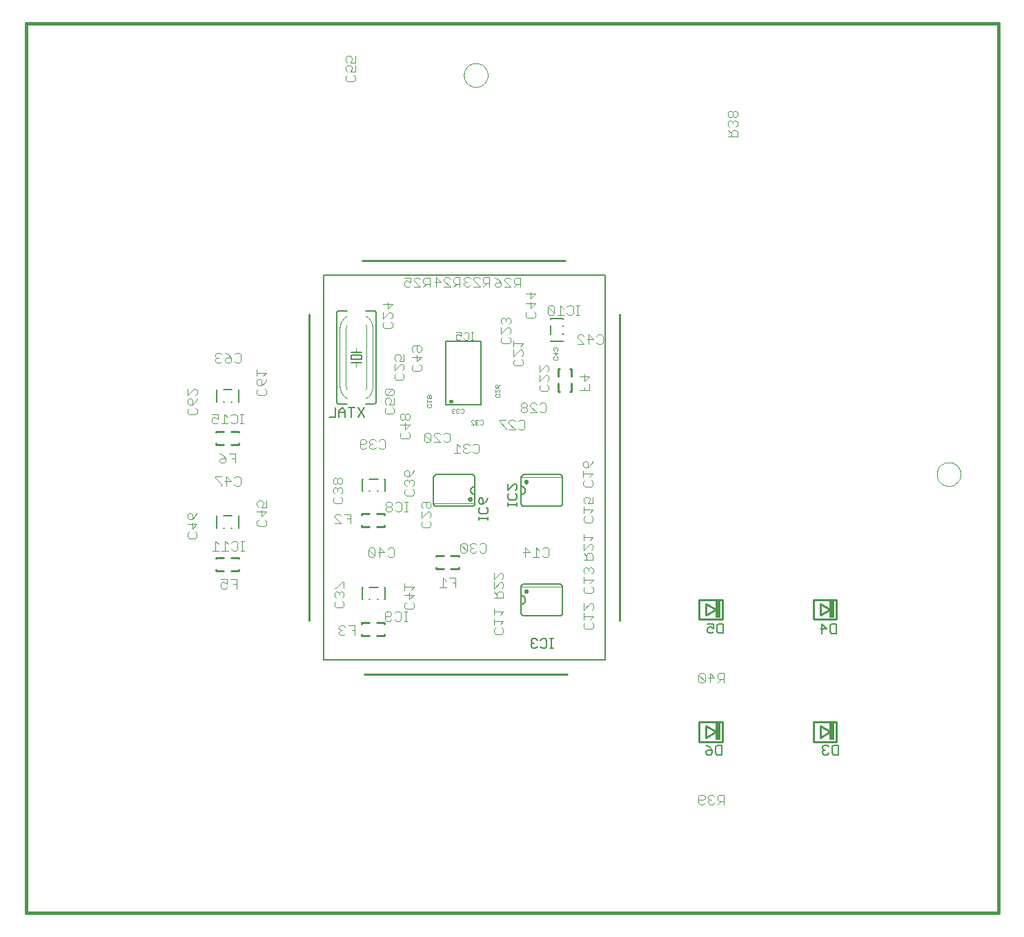
<source format=gbr>
G75*
G70*
%OFA0B0*%
%FSLAX24Y24*%
%IPPOS*%
%LPD*%
%AMOC8*
5,1,8,0,0,1.08239X$1,22.5*
%
%ADD10C,0.0160*%
%ADD11C,0.0000*%
%ADD12C,0.0020*%
%ADD13C,0.0060*%
%ADD14C,0.0100*%
%ADD15C,0.0050*%
%ADD16C,0.0040*%
%ADD17C,0.0070*%
%ADD18R,0.0118X0.0827*%
D10*
X002771Y001048D02*
X049740Y001048D01*
X049740Y044048D01*
X002771Y044048D01*
X002771Y001048D01*
D11*
X046766Y022263D02*
X046768Y022310D01*
X046774Y022358D01*
X046784Y022404D01*
X046797Y022450D01*
X046814Y022494D01*
X046835Y022537D01*
X046860Y022577D01*
X046887Y022616D01*
X046918Y022652D01*
X046952Y022686D01*
X046988Y022717D01*
X047027Y022744D01*
X047067Y022769D01*
X047110Y022790D01*
X047154Y022807D01*
X047200Y022820D01*
X047246Y022830D01*
X047294Y022836D01*
X047341Y022838D01*
X047388Y022836D01*
X047436Y022830D01*
X047482Y022820D01*
X047528Y022807D01*
X047572Y022790D01*
X047615Y022769D01*
X047655Y022744D01*
X047694Y022717D01*
X047730Y022686D01*
X047764Y022652D01*
X047795Y022616D01*
X047822Y022577D01*
X047847Y022537D01*
X047868Y022494D01*
X047885Y022450D01*
X047898Y022404D01*
X047908Y022358D01*
X047914Y022310D01*
X047916Y022263D01*
X047914Y022216D01*
X047908Y022168D01*
X047898Y022122D01*
X047885Y022076D01*
X047868Y022032D01*
X047847Y021989D01*
X047822Y021949D01*
X047795Y021910D01*
X047764Y021874D01*
X047730Y021840D01*
X047694Y021809D01*
X047655Y021782D01*
X047615Y021757D01*
X047572Y021736D01*
X047528Y021719D01*
X047482Y021706D01*
X047436Y021696D01*
X047388Y021690D01*
X047341Y021688D01*
X047294Y021690D01*
X047246Y021696D01*
X047200Y021706D01*
X047154Y021719D01*
X047110Y021736D01*
X047067Y021757D01*
X047027Y021782D01*
X046988Y021809D01*
X046952Y021840D01*
X046918Y021874D01*
X046887Y021910D01*
X046860Y021949D01*
X046835Y021989D01*
X046814Y022032D01*
X046797Y022076D01*
X046784Y022122D01*
X046774Y022168D01*
X046768Y022216D01*
X046766Y022263D01*
X023926Y041558D02*
X023928Y041605D01*
X023934Y041653D01*
X023944Y041699D01*
X023957Y041745D01*
X023974Y041789D01*
X023995Y041832D01*
X024020Y041872D01*
X024047Y041911D01*
X024078Y041947D01*
X024112Y041981D01*
X024148Y042012D01*
X024187Y042039D01*
X024227Y042064D01*
X024270Y042085D01*
X024314Y042102D01*
X024360Y042115D01*
X024406Y042125D01*
X024454Y042131D01*
X024501Y042133D01*
X024548Y042131D01*
X024596Y042125D01*
X024642Y042115D01*
X024688Y042102D01*
X024732Y042085D01*
X024775Y042064D01*
X024815Y042039D01*
X024854Y042012D01*
X024890Y041981D01*
X024924Y041947D01*
X024955Y041911D01*
X024982Y041872D01*
X025007Y041832D01*
X025028Y041789D01*
X025045Y041745D01*
X025058Y041699D01*
X025068Y041653D01*
X025074Y041605D01*
X025076Y041558D01*
X025074Y041511D01*
X025068Y041463D01*
X025058Y041417D01*
X025045Y041371D01*
X025028Y041327D01*
X025007Y041284D01*
X024982Y041244D01*
X024955Y041205D01*
X024924Y041169D01*
X024890Y041135D01*
X024854Y041104D01*
X024815Y041077D01*
X024775Y041052D01*
X024732Y041031D01*
X024688Y041014D01*
X024642Y041001D01*
X024596Y040991D01*
X024548Y040985D01*
X024501Y040983D01*
X024454Y040985D01*
X024406Y040991D01*
X024360Y041001D01*
X024314Y041014D01*
X024270Y041031D01*
X024227Y041052D01*
X024187Y041077D01*
X024148Y041104D01*
X024112Y041135D01*
X024078Y041169D01*
X024047Y041205D01*
X024020Y041244D01*
X023995Y041284D01*
X023974Y041327D01*
X023957Y041371D01*
X023944Y041417D01*
X023934Y041463D01*
X023928Y041511D01*
X023926Y041558D01*
D12*
X019526Y029268D02*
X019526Y026568D01*
X019226Y026568D02*
X019226Y029268D01*
X018276Y029929D02*
X018231Y029897D01*
X018189Y029861D01*
X018149Y029822D01*
X018112Y029781D01*
X018078Y029737D01*
X018047Y029690D01*
X018019Y029642D01*
X017995Y029592D01*
X017974Y029541D01*
X017957Y029488D01*
X017943Y029434D01*
X017934Y029379D01*
X017928Y029324D01*
X017926Y029268D01*
X017926Y026568D01*
X018226Y026568D02*
X018226Y029268D01*
X019176Y029486D02*
X019191Y029452D01*
X019204Y029416D01*
X019213Y029380D01*
X019220Y029343D01*
X019225Y029306D01*
X019226Y029268D01*
X018276Y029486D02*
X018261Y029452D01*
X018248Y029416D01*
X018239Y029380D01*
X018232Y029343D01*
X018227Y029306D01*
X018226Y029268D01*
X019176Y029929D02*
X019221Y029897D01*
X019263Y029861D01*
X019303Y029822D01*
X019340Y029780D01*
X019374Y029737D01*
X019405Y029690D01*
X019433Y029642D01*
X019457Y029592D01*
X019478Y029541D01*
X019495Y029488D01*
X019509Y029434D01*
X019518Y029379D01*
X019524Y029324D01*
X019526Y029268D01*
X018726Y028368D02*
X018726Y028168D01*
X018726Y027668D02*
X018726Y027468D01*
X019526Y026568D02*
X019524Y026512D01*
X019518Y026457D01*
X019509Y026402D01*
X019495Y026348D01*
X019478Y026295D01*
X019457Y026244D01*
X019433Y026194D01*
X019405Y026146D01*
X019374Y026099D01*
X019340Y026055D01*
X019303Y026014D01*
X019263Y025975D01*
X019221Y025939D01*
X019176Y025907D01*
X019176Y026350D02*
X019191Y026384D01*
X019204Y026420D01*
X019213Y026456D01*
X019220Y026493D01*
X019225Y026530D01*
X019226Y026568D01*
X018276Y026350D02*
X018261Y026384D01*
X018248Y026420D01*
X018239Y026456D01*
X018232Y026493D01*
X018227Y026530D01*
X018226Y026568D01*
X017926Y026568D02*
X017928Y026512D01*
X017934Y026457D01*
X017943Y026402D01*
X017957Y026348D01*
X017974Y026295D01*
X017995Y026244D01*
X018019Y026194D01*
X018047Y026146D01*
X018078Y026099D01*
X018112Y026056D01*
X018149Y026014D01*
X018189Y025975D01*
X018231Y025939D01*
X018276Y025907D01*
X022141Y025863D02*
X022141Y025716D01*
X022141Y025790D02*
X022362Y025790D01*
X022288Y025716D01*
X022325Y025642D02*
X022362Y025605D01*
X022362Y025532D01*
X022325Y025495D01*
X022178Y025495D01*
X022141Y025532D01*
X022141Y025605D01*
X022178Y025642D01*
X022178Y025937D02*
X022141Y025974D01*
X022141Y026047D01*
X022178Y026084D01*
X022325Y026084D01*
X022362Y026047D01*
X022362Y025974D01*
X022325Y025937D01*
X022288Y025937D01*
X022252Y025974D01*
X022252Y026084D01*
X023336Y025402D02*
X023336Y025365D01*
X023372Y025328D01*
X023336Y025291D01*
X023336Y025255D01*
X023372Y025218D01*
X023446Y025218D01*
X023482Y025255D01*
X023557Y025255D02*
X023593Y025218D01*
X023667Y025218D01*
X023703Y025255D01*
X023778Y025255D02*
X023814Y025218D01*
X023888Y025218D01*
X023924Y025255D01*
X023924Y025402D01*
X023888Y025438D01*
X023814Y025438D01*
X023778Y025402D01*
X023703Y025402D02*
X023667Y025438D01*
X023593Y025438D01*
X023557Y025402D01*
X023557Y025365D01*
X023593Y025328D01*
X023557Y025291D01*
X023557Y025255D01*
X023593Y025328D02*
X023630Y025328D01*
X023482Y025402D02*
X023446Y025438D01*
X023372Y025438D01*
X023336Y025402D01*
X023372Y025328D02*
X023409Y025328D01*
X024273Y024842D02*
X024309Y024878D01*
X024383Y024878D01*
X024420Y024842D01*
X024494Y024842D02*
X024494Y024805D01*
X024530Y024768D01*
X024494Y024731D01*
X024494Y024695D01*
X024530Y024658D01*
X024604Y024658D01*
X024641Y024695D01*
X024715Y024695D02*
X024751Y024658D01*
X024825Y024658D01*
X024861Y024695D01*
X024861Y024842D01*
X024825Y024878D01*
X024751Y024878D01*
X024715Y024842D01*
X024641Y024842D02*
X024604Y024878D01*
X024530Y024878D01*
X024494Y024842D01*
X024530Y024768D02*
X024567Y024768D01*
X024420Y024658D02*
X024273Y024805D01*
X024273Y024842D01*
X024273Y024658D02*
X024420Y024658D01*
X025478Y025995D02*
X025441Y026032D01*
X025441Y026105D01*
X025478Y026142D01*
X025441Y026216D02*
X025588Y026363D01*
X025625Y026363D01*
X025662Y026326D01*
X025662Y026253D01*
X025625Y026216D01*
X025625Y026142D02*
X025662Y026105D01*
X025662Y026032D01*
X025625Y025995D01*
X025478Y025995D01*
X025441Y026216D02*
X025441Y026363D01*
X025478Y026437D02*
X025441Y026474D01*
X025441Y026547D01*
X025478Y026584D01*
X025515Y026584D01*
X025552Y026547D01*
X025552Y026437D01*
X025478Y026437D01*
X025552Y026437D02*
X025625Y026511D01*
X025662Y026584D01*
X028241Y027832D02*
X028241Y027905D01*
X028278Y027942D01*
X028352Y028016D02*
X028352Y028163D01*
X028425Y028237D02*
X028462Y028274D01*
X028462Y028347D01*
X028425Y028384D01*
X028388Y028384D01*
X028352Y028347D01*
X028315Y028384D01*
X028278Y028384D01*
X028241Y028347D01*
X028241Y028274D01*
X028278Y028237D01*
X028352Y028311D02*
X028352Y028347D01*
X028462Y028126D02*
X028352Y028016D01*
X028425Y027942D02*
X028462Y027905D01*
X028462Y027832D01*
X028425Y027795D01*
X028278Y027795D01*
X028241Y027832D01*
X028241Y028126D02*
X028462Y028126D01*
X028686Y022108D02*
X026686Y022108D01*
X024456Y020848D02*
X022456Y020848D01*
X026686Y016818D02*
X028686Y016818D01*
D13*
X028686Y016808D02*
X028686Y015568D01*
X028684Y015545D01*
X028679Y015522D01*
X028670Y015500D01*
X028657Y015480D01*
X028642Y015462D01*
X028624Y015447D01*
X028604Y015434D01*
X028582Y015425D01*
X028559Y015420D01*
X028536Y015418D01*
X026836Y015418D01*
X026813Y015420D01*
X026790Y015425D01*
X026768Y015434D01*
X026748Y015447D01*
X026730Y015462D01*
X026715Y015480D01*
X026702Y015500D01*
X026693Y015522D01*
X026688Y015545D01*
X026686Y015568D01*
X026686Y015988D01*
X026686Y016388D01*
X026686Y016808D01*
X026688Y016831D01*
X026693Y016854D01*
X026702Y016876D01*
X026715Y016896D01*
X026730Y016914D01*
X026748Y016929D01*
X026768Y016942D01*
X026790Y016951D01*
X026813Y016956D01*
X026836Y016958D01*
X028536Y016958D01*
X028559Y016956D01*
X028582Y016951D01*
X028604Y016942D01*
X028624Y016929D01*
X028642Y016914D01*
X028657Y016896D01*
X028670Y016876D01*
X028679Y016854D01*
X028684Y016831D01*
X028686Y016808D01*
X026686Y016388D02*
X026713Y016386D01*
X026740Y016381D01*
X026766Y016371D01*
X026790Y016359D01*
X026812Y016343D01*
X026832Y016325D01*
X026849Y016303D01*
X026864Y016280D01*
X026874Y016255D01*
X026882Y016229D01*
X026886Y016202D01*
X026886Y016174D01*
X026882Y016147D01*
X026874Y016121D01*
X026864Y016096D01*
X026849Y016073D01*
X026832Y016051D01*
X026812Y016033D01*
X026790Y016017D01*
X026766Y016005D01*
X026740Y015995D01*
X026713Y015990D01*
X026686Y015988D01*
X026836Y020708D02*
X028536Y020708D01*
X028559Y020710D01*
X028582Y020715D01*
X028604Y020724D01*
X028624Y020737D01*
X028642Y020752D01*
X028657Y020770D01*
X028670Y020790D01*
X028679Y020812D01*
X028684Y020835D01*
X028686Y020858D01*
X028686Y022098D01*
X028684Y022121D01*
X028679Y022144D01*
X028670Y022166D01*
X028657Y022186D01*
X028642Y022204D01*
X028624Y022219D01*
X028604Y022232D01*
X028582Y022241D01*
X028559Y022246D01*
X028536Y022248D01*
X026836Y022248D01*
X026813Y022246D01*
X026790Y022241D01*
X026768Y022232D01*
X026748Y022219D01*
X026730Y022204D01*
X026715Y022186D01*
X026702Y022166D01*
X026693Y022144D01*
X026688Y022121D01*
X026686Y022098D01*
X026686Y021678D01*
X026686Y021278D01*
X026686Y020858D01*
X026688Y020835D01*
X026693Y020812D01*
X026702Y020790D01*
X026715Y020770D01*
X026730Y020752D01*
X026748Y020737D01*
X026768Y020724D01*
X026790Y020715D01*
X026813Y020710D01*
X026836Y020708D01*
X026686Y021278D02*
X026713Y021280D01*
X026740Y021285D01*
X026766Y021295D01*
X026790Y021307D01*
X026812Y021323D01*
X026832Y021341D01*
X026849Y021363D01*
X026864Y021386D01*
X026874Y021411D01*
X026882Y021437D01*
X026886Y021464D01*
X026886Y021492D01*
X026882Y021519D01*
X026874Y021545D01*
X026864Y021570D01*
X026849Y021593D01*
X026832Y021615D01*
X026812Y021633D01*
X026790Y021649D01*
X026766Y021661D01*
X026740Y021671D01*
X026713Y021676D01*
X026686Y021678D01*
X024456Y021678D02*
X024456Y021278D01*
X024456Y020858D01*
X024454Y020835D01*
X024449Y020812D01*
X024440Y020790D01*
X024427Y020770D01*
X024412Y020752D01*
X024394Y020737D01*
X024374Y020724D01*
X024352Y020715D01*
X024329Y020710D01*
X024306Y020708D01*
X022606Y020708D01*
X022583Y020710D01*
X022560Y020715D01*
X022538Y020724D01*
X022518Y020737D01*
X022500Y020752D01*
X022485Y020770D01*
X022472Y020790D01*
X022463Y020812D01*
X022458Y020835D01*
X022456Y020858D01*
X022456Y022098D01*
X022458Y022121D01*
X022463Y022144D01*
X022472Y022166D01*
X022485Y022186D01*
X022500Y022204D01*
X022518Y022219D01*
X022538Y022232D01*
X022560Y022241D01*
X022583Y022246D01*
X022606Y022248D01*
X024306Y022248D01*
X024329Y022246D01*
X024352Y022241D01*
X024374Y022232D01*
X024394Y022219D01*
X024412Y022204D01*
X024427Y022186D01*
X024440Y022166D01*
X024449Y022144D01*
X024454Y022121D01*
X024456Y022098D01*
X024456Y021678D01*
X024429Y021676D01*
X024402Y021671D01*
X024376Y021661D01*
X024352Y021649D01*
X024330Y021633D01*
X024310Y021615D01*
X024293Y021593D01*
X024278Y021570D01*
X024268Y021545D01*
X024260Y021519D01*
X024256Y021492D01*
X024256Y021464D01*
X024260Y021437D01*
X024268Y021411D01*
X024278Y021386D01*
X024293Y021363D01*
X024310Y021341D01*
X024330Y021323D01*
X024352Y021307D01*
X024376Y021295D01*
X024402Y021285D01*
X024429Y021280D01*
X024456Y021278D01*
X020102Y021458D02*
X020085Y021458D01*
X020102Y021458D02*
X020102Y022037D01*
X020085Y022037D01*
X019767Y022037D02*
X019356Y022037D01*
X019039Y022037D02*
X019022Y022037D01*
X019022Y021458D01*
X019039Y021458D01*
X019356Y021458D02*
X019393Y021458D01*
X019730Y021458D02*
X019767Y021458D01*
X023040Y025623D02*
X024753Y025623D01*
X024753Y028674D01*
X023040Y028674D01*
X023040Y025623D01*
X019676Y025768D02*
X019676Y030068D01*
X019674Y030085D01*
X019670Y030102D01*
X019663Y030118D01*
X019653Y030132D01*
X019640Y030145D01*
X019626Y030155D01*
X019610Y030162D01*
X019593Y030166D01*
X019576Y030168D01*
X019176Y030168D01*
X018276Y030168D02*
X017876Y030168D01*
X017859Y030166D01*
X017842Y030162D01*
X017826Y030155D01*
X017812Y030145D01*
X017799Y030132D01*
X017789Y030118D01*
X017782Y030102D01*
X017778Y030085D01*
X017776Y030068D01*
X017776Y025768D01*
X017778Y025751D01*
X017782Y025734D01*
X017789Y025718D01*
X017799Y025704D01*
X017812Y025691D01*
X017826Y025681D01*
X017842Y025674D01*
X017859Y025670D01*
X017876Y025668D01*
X018276Y025668D01*
X019176Y025668D02*
X019576Y025668D01*
X019593Y025670D01*
X019610Y025674D01*
X019626Y025681D01*
X019640Y025691D01*
X019653Y025704D01*
X019663Y025718D01*
X019670Y025734D01*
X019674Y025751D01*
X019676Y025768D01*
X018976Y027668D02*
X018726Y027668D01*
X018476Y027668D01*
X018476Y027818D02*
X018476Y028018D01*
X018976Y028018D01*
X018976Y027818D01*
X018476Y027818D01*
X018476Y028168D02*
X018726Y028168D01*
X018976Y028168D01*
X013052Y026347D02*
X013052Y025768D01*
X013035Y025768D01*
X012717Y025768D02*
X012680Y025768D01*
X012343Y025768D02*
X012306Y025768D01*
X011989Y025768D02*
X011972Y025768D01*
X011972Y026347D01*
X011989Y026347D01*
X012306Y026347D02*
X012717Y026347D01*
X013035Y026347D02*
X013052Y026347D01*
X013052Y020247D02*
X013035Y020247D01*
X013052Y020247D02*
X013052Y019668D01*
X013035Y019668D01*
X012717Y019668D02*
X012680Y019668D01*
X012343Y019668D02*
X012306Y019668D01*
X011989Y019668D02*
X011972Y019668D01*
X011972Y020247D01*
X011989Y020247D01*
X012306Y020247D02*
X012717Y020247D01*
X019022Y016787D02*
X019022Y016208D01*
X019039Y016208D01*
X019356Y016208D02*
X019393Y016208D01*
X019730Y016208D02*
X019767Y016208D01*
X020085Y016208D02*
X020102Y016208D01*
X020102Y016787D01*
X020085Y016787D01*
X019767Y016787D02*
X019356Y016787D01*
X019039Y016787D02*
X019022Y016787D01*
X028128Y028704D02*
X028128Y028721D01*
X028128Y028704D02*
X028706Y028704D01*
X028706Y028721D01*
X028706Y029038D02*
X028706Y029075D01*
X028706Y029412D02*
X028706Y029449D01*
X028706Y029767D02*
X028706Y029784D01*
X028128Y029784D01*
X028128Y029767D01*
X028128Y029449D02*
X028128Y029038D01*
D14*
X028471Y027369D02*
X028471Y026996D01*
X028471Y026641D02*
X028471Y026267D01*
X028530Y026267D01*
X029043Y026267D02*
X029101Y026267D01*
X029101Y026641D01*
X029101Y026996D02*
X029101Y027369D01*
X029043Y027369D01*
X028530Y027369D02*
X028471Y027369D01*
X031446Y029978D02*
X031446Y015178D01*
X028896Y012578D02*
X019096Y012578D01*
X018985Y014453D02*
X019359Y014453D01*
X019714Y014453D02*
X020087Y014453D01*
X020087Y014512D01*
X020087Y015024D02*
X020087Y015083D01*
X019714Y015083D01*
X019359Y015083D02*
X018985Y015083D01*
X018985Y015024D01*
X018985Y014512D02*
X018985Y014453D01*
X016446Y015178D02*
X016446Y029978D01*
X018996Y032578D02*
X028796Y032578D01*
X023251Y025788D02*
X023253Y025801D01*
X023258Y025812D01*
X023267Y025822D01*
X023277Y025829D01*
X023290Y025833D01*
X023302Y025833D01*
X023315Y025829D01*
X023325Y025822D01*
X023334Y025812D01*
X023339Y025801D01*
X023341Y025788D01*
X023339Y025775D01*
X023334Y025764D01*
X023325Y025754D01*
X023315Y025747D01*
X023302Y025743D01*
X023290Y025743D01*
X023277Y025747D01*
X023267Y025754D01*
X023258Y025764D01*
X023253Y025775D01*
X023251Y025788D01*
X026863Y021898D02*
X026865Y021913D01*
X026870Y021927D01*
X026879Y021940D01*
X026890Y021950D01*
X026904Y021957D01*
X026918Y021961D01*
X026934Y021961D01*
X026948Y021957D01*
X026962Y021950D01*
X026973Y021940D01*
X026982Y021927D01*
X026987Y021913D01*
X026989Y021898D01*
X026987Y021883D01*
X026982Y021869D01*
X026973Y021856D01*
X026962Y021846D01*
X026948Y021839D01*
X026934Y021835D01*
X026918Y021835D01*
X026904Y021839D01*
X026890Y021846D01*
X026879Y021856D01*
X026870Y021869D01*
X026865Y021883D01*
X026863Y021898D01*
X024153Y021058D02*
X024155Y021073D01*
X024160Y021087D01*
X024169Y021100D01*
X024180Y021110D01*
X024194Y021117D01*
X024208Y021121D01*
X024224Y021121D01*
X024238Y021117D01*
X024252Y021110D01*
X024263Y021100D01*
X024272Y021087D01*
X024277Y021073D01*
X024279Y021058D01*
X024277Y021043D01*
X024272Y021029D01*
X024263Y021016D01*
X024252Y021006D01*
X024238Y020999D01*
X024224Y020995D01*
X024208Y020995D01*
X024194Y020999D01*
X024180Y021006D01*
X024169Y021016D01*
X024160Y021029D01*
X024155Y021043D01*
X024153Y021058D01*
X023667Y018333D02*
X023294Y018333D01*
X022939Y018333D02*
X022565Y018333D01*
X022565Y018274D01*
X022565Y017762D02*
X022565Y017703D01*
X022939Y017703D01*
X023294Y017703D02*
X023667Y017703D01*
X023667Y017762D01*
X023667Y018274D02*
X023667Y018333D01*
X026863Y016608D02*
X026865Y016623D01*
X026870Y016637D01*
X026879Y016650D01*
X026890Y016660D01*
X026904Y016667D01*
X026918Y016671D01*
X026934Y016671D01*
X026948Y016667D01*
X026962Y016660D01*
X026973Y016650D01*
X026982Y016637D01*
X026987Y016623D01*
X026989Y016608D01*
X026987Y016593D01*
X026982Y016579D01*
X026973Y016566D01*
X026962Y016556D01*
X026948Y016549D01*
X026934Y016545D01*
X026918Y016545D01*
X026904Y016549D01*
X026890Y016556D01*
X026879Y016566D01*
X026870Y016579D01*
X026865Y016593D01*
X026863Y016608D01*
X020087Y019723D02*
X019714Y019723D01*
X019359Y019723D02*
X018985Y019723D01*
X018985Y019782D01*
X018985Y020294D02*
X018985Y020353D01*
X019359Y020353D01*
X019714Y020353D02*
X020087Y020353D01*
X020087Y020294D01*
X020087Y019782D02*
X020087Y019723D01*
X013037Y018233D02*
X012664Y018233D01*
X012309Y018233D02*
X011935Y018233D01*
X011935Y018174D01*
X011935Y017662D02*
X011935Y017603D01*
X012309Y017603D01*
X012664Y017603D02*
X013037Y017603D01*
X013037Y017662D01*
X013037Y018174D02*
X013037Y018233D01*
X013037Y023703D02*
X012664Y023703D01*
X012309Y023703D02*
X011935Y023703D01*
X011935Y023762D01*
X011935Y024274D02*
X011935Y024333D01*
X012309Y024333D01*
X012664Y024333D02*
X013037Y024333D01*
X013037Y024274D01*
X013037Y023762D02*
X013037Y023703D01*
X035286Y016188D02*
X035286Y015248D01*
X036396Y015248D01*
X036396Y016188D01*
X035286Y016188D01*
X035627Y015994D02*
X035627Y015443D01*
X036119Y015718D01*
X035627Y015994D01*
X040796Y016188D02*
X040796Y015248D01*
X041906Y015248D01*
X041906Y016188D01*
X040796Y016188D01*
X041137Y015994D02*
X041137Y015443D01*
X041629Y015718D01*
X041137Y015994D01*
X040796Y010278D02*
X041906Y010278D01*
X041906Y009338D01*
X040796Y009338D01*
X040796Y010278D01*
X041137Y010084D02*
X041137Y009533D01*
X041629Y009808D01*
X041137Y010084D01*
X036396Y010278D02*
X036396Y009338D01*
X035286Y009338D01*
X035286Y010278D01*
X036396Y010278D01*
X036119Y009808D02*
X035627Y010084D01*
X035627Y009533D01*
X036119Y009808D01*
D15*
X036156Y009149D02*
X036080Y009074D01*
X036080Y008774D01*
X036156Y008698D01*
X036381Y008698D01*
X036381Y009149D01*
X036156Y009149D01*
X035920Y008924D02*
X035920Y008774D01*
X035845Y008698D01*
X035695Y008698D01*
X035620Y008774D01*
X035620Y008849D01*
X035695Y008924D01*
X035920Y008924D01*
X035770Y009074D01*
X035620Y009149D01*
X041240Y009074D02*
X041240Y008999D01*
X041315Y008924D01*
X041240Y008849D01*
X041240Y008774D01*
X041315Y008698D01*
X041465Y008698D01*
X041540Y008774D01*
X041700Y008774D02*
X041700Y009074D01*
X041776Y009149D01*
X042001Y009149D01*
X042001Y008698D01*
X041776Y008698D01*
X041700Y008774D01*
X041540Y009074D02*
X041465Y009149D01*
X041315Y009149D01*
X041240Y009074D01*
X041315Y008924D02*
X041390Y008924D01*
X041225Y014568D02*
X041225Y015019D01*
X041450Y014794D01*
X041150Y014794D01*
X041610Y014944D02*
X041686Y015019D01*
X041911Y015019D01*
X041911Y014568D01*
X041686Y014568D01*
X041610Y014644D01*
X041610Y014944D01*
X036451Y015029D02*
X036451Y014578D01*
X036226Y014578D01*
X036150Y014654D01*
X036150Y014954D01*
X036226Y015029D01*
X036451Y015029D01*
X035990Y015029D02*
X035990Y014804D01*
X035840Y014879D01*
X035765Y014879D01*
X035690Y014804D01*
X035690Y014654D01*
X035765Y014578D01*
X035915Y014578D01*
X035990Y014654D01*
X035990Y015029D02*
X035690Y015029D01*
X028231Y014313D02*
X028081Y014313D01*
X028156Y014313D02*
X028156Y013863D01*
X028231Y013863D02*
X028081Y013863D01*
X027924Y013938D02*
X027849Y013863D01*
X027699Y013863D01*
X027624Y013938D01*
X027464Y013938D02*
X027389Y013863D01*
X027239Y013863D01*
X027164Y013938D01*
X027164Y014013D01*
X027239Y014088D01*
X027314Y014088D01*
X027239Y014088D02*
X027164Y014163D01*
X027164Y014238D01*
X027239Y014313D01*
X027389Y014313D01*
X027464Y014238D01*
X027624Y014238D02*
X027699Y014313D01*
X027849Y014313D01*
X027924Y014238D01*
X027924Y013938D01*
X025082Y020043D02*
X025082Y020193D01*
X025082Y020118D02*
X024631Y020118D01*
X024631Y020043D02*
X024631Y020193D01*
X024706Y020350D02*
X024631Y020425D01*
X024631Y020575D01*
X024706Y020650D01*
X024706Y020810D02*
X024631Y020885D01*
X024631Y021036D01*
X024706Y021111D01*
X024781Y021111D01*
X024856Y021036D01*
X024856Y020810D01*
X024706Y020810D01*
X024856Y020810D02*
X025007Y020960D01*
X025082Y021111D01*
X025007Y020650D02*
X025082Y020575D01*
X025082Y020425D01*
X025007Y020350D01*
X024706Y020350D01*
X026031Y020725D02*
X026031Y020876D01*
X026031Y020800D02*
X026482Y020800D01*
X026482Y020725D02*
X026482Y020876D01*
X026407Y021032D02*
X026106Y021032D01*
X026031Y021107D01*
X026031Y021257D01*
X026106Y021333D01*
X026031Y021493D02*
X026332Y021793D01*
X026407Y021793D01*
X026482Y021718D01*
X026482Y021568D01*
X026407Y021493D01*
X026407Y021333D02*
X026482Y021257D01*
X026482Y021107D01*
X026407Y021032D01*
X026031Y021493D02*
X026031Y021793D01*
X019103Y025023D02*
X018803Y025473D01*
X018642Y025473D02*
X018342Y025473D01*
X018492Y025473D02*
X018492Y025023D01*
X018182Y025023D02*
X018182Y025323D01*
X018032Y025473D01*
X017882Y025323D01*
X017882Y025023D01*
X017722Y025023D02*
X017422Y025023D01*
X017722Y025023D02*
X017722Y025473D01*
X017882Y025248D02*
X018182Y025248D01*
X018803Y025023D02*
X019103Y025473D01*
D16*
X020096Y025407D02*
X020173Y025484D01*
X020096Y025407D02*
X020096Y025254D01*
X020173Y025177D01*
X020480Y025177D01*
X020557Y025254D01*
X020557Y025407D01*
X020480Y025484D01*
X020557Y025637D02*
X020326Y025637D01*
X020403Y025791D01*
X020403Y025867D01*
X020326Y025944D01*
X020173Y025944D01*
X020096Y025867D01*
X020096Y025714D01*
X020173Y025637D01*
X020557Y025637D02*
X020557Y025944D01*
X020480Y026098D02*
X020173Y026098D01*
X020480Y026405D01*
X020173Y026405D01*
X020096Y026328D01*
X020096Y026174D01*
X020173Y026098D01*
X020480Y026098D02*
X020557Y026174D01*
X020557Y026328D01*
X020480Y026405D01*
X020643Y026817D02*
X020566Y026894D01*
X020566Y027047D01*
X020643Y027124D01*
X020566Y027277D02*
X020873Y027584D01*
X020950Y027584D01*
X021027Y027507D01*
X021027Y027354D01*
X020950Y027277D01*
X020950Y027124D02*
X021027Y027047D01*
X021027Y026894D01*
X020950Y026817D01*
X020643Y026817D01*
X020566Y027277D02*
X020566Y027584D01*
X020643Y027738D02*
X020566Y027814D01*
X020566Y027968D01*
X020643Y028045D01*
X020796Y028045D01*
X020873Y027968D01*
X020873Y027891D01*
X020796Y027738D01*
X021027Y027738D01*
X021027Y028045D01*
X021406Y027937D02*
X021867Y027937D01*
X021636Y027707D01*
X021636Y028014D01*
X021713Y028168D02*
X021636Y028244D01*
X021636Y028475D01*
X021483Y028475D02*
X021790Y028475D01*
X021867Y028398D01*
X021867Y028244D01*
X021790Y028168D01*
X021713Y028168D01*
X021483Y028168D02*
X021406Y028244D01*
X021406Y028398D01*
X021483Y028475D01*
X021483Y027554D02*
X021406Y027477D01*
X021406Y027324D01*
X021483Y027247D01*
X021790Y027247D01*
X021867Y027324D01*
X021867Y027477D01*
X021790Y027554D01*
X023534Y028826D02*
X023595Y028766D01*
X023715Y028766D01*
X023775Y028826D01*
X023775Y028946D02*
X023655Y029006D01*
X023595Y029006D01*
X023534Y028946D01*
X023534Y028826D01*
X023775Y028946D02*
X023775Y029127D01*
X023534Y029127D01*
X023903Y029067D02*
X023963Y029127D01*
X024083Y029127D01*
X024143Y029067D01*
X024143Y028826D01*
X024083Y028766D01*
X023963Y028766D01*
X023903Y028826D01*
X024268Y028766D02*
X024388Y028766D01*
X024328Y028766D02*
X024328Y029127D01*
X024388Y029127D02*
X024268Y029127D01*
X025716Y029047D02*
X026023Y029354D01*
X026100Y029354D01*
X026177Y029277D01*
X026177Y029124D01*
X026100Y029047D01*
X026100Y028894D02*
X026177Y028817D01*
X026177Y028664D01*
X026100Y028587D01*
X025793Y028587D01*
X025716Y028664D01*
X025716Y028817D01*
X025793Y028894D01*
X025716Y029047D02*
X025716Y029354D01*
X025793Y029508D02*
X025716Y029584D01*
X025716Y029738D01*
X025793Y029815D01*
X025870Y029815D01*
X025946Y029738D01*
X025946Y029661D01*
X025946Y029738D02*
X026023Y029815D01*
X026100Y029815D01*
X026177Y029738D01*
X026177Y029584D01*
X026100Y029508D01*
X026326Y028735D02*
X026326Y028428D01*
X026326Y028581D02*
X026787Y028581D01*
X026633Y028428D01*
X026633Y028274D02*
X026710Y028274D01*
X026787Y028197D01*
X026787Y028044D01*
X026710Y027967D01*
X026710Y027814D02*
X026787Y027737D01*
X026787Y027584D01*
X026710Y027507D01*
X026403Y027507D01*
X026326Y027584D01*
X026326Y027737D01*
X026403Y027814D01*
X026326Y027967D02*
X026633Y028274D01*
X026326Y028274D02*
X026326Y027967D01*
X027566Y027515D02*
X027566Y027208D01*
X027873Y027515D01*
X027950Y027515D01*
X028027Y027438D01*
X028027Y027284D01*
X027950Y027208D01*
X027950Y027054D02*
X028027Y026977D01*
X028027Y026824D01*
X027950Y026747D01*
X027950Y026594D02*
X028027Y026517D01*
X028027Y026364D01*
X027950Y026287D01*
X027643Y026287D01*
X027566Y026364D01*
X027566Y026517D01*
X027643Y026594D01*
X027566Y026747D02*
X027873Y027054D01*
X027950Y027054D01*
X027566Y027054D02*
X027566Y026747D01*
X027662Y025713D02*
X027816Y025713D01*
X027893Y025637D01*
X027893Y025330D01*
X027816Y025253D01*
X027662Y025253D01*
X027586Y025330D01*
X027432Y025253D02*
X027125Y025560D01*
X027125Y025637D01*
X027202Y025713D01*
X027356Y025713D01*
X027432Y025637D01*
X027586Y025637D02*
X027662Y025713D01*
X027432Y025253D02*
X027125Y025253D01*
X026972Y025330D02*
X026972Y025406D01*
X026895Y025483D01*
X026742Y025483D01*
X026665Y025406D01*
X026665Y025330D01*
X026742Y025253D01*
X026895Y025253D01*
X026972Y025330D01*
X026895Y025483D02*
X026972Y025560D01*
X026972Y025637D01*
X026895Y025713D01*
X026742Y025713D01*
X026665Y025637D01*
X026665Y025560D01*
X026742Y025483D01*
X026781Y024888D02*
X026857Y024812D01*
X026857Y024505D01*
X026781Y024428D01*
X026627Y024428D01*
X026551Y024505D01*
X026397Y024428D02*
X026090Y024735D01*
X026090Y024812D01*
X026167Y024888D01*
X026320Y024888D01*
X026397Y024812D01*
X026551Y024812D02*
X026627Y024888D01*
X026781Y024888D01*
X026397Y024428D02*
X026090Y024428D01*
X025937Y024428D02*
X025937Y024505D01*
X025630Y024812D01*
X025630Y024888D01*
X025937Y024888D01*
X024657Y023662D02*
X024581Y023738D01*
X024427Y023738D01*
X024351Y023662D01*
X024197Y023662D02*
X024120Y023738D01*
X023967Y023738D01*
X023890Y023662D01*
X023890Y023585D01*
X023967Y023508D01*
X023890Y023432D01*
X023890Y023355D01*
X023967Y023278D01*
X024120Y023278D01*
X024197Y023355D01*
X024351Y023355D02*
X024427Y023278D01*
X024581Y023278D01*
X024657Y023355D01*
X024657Y023662D01*
X024044Y023508D02*
X023967Y023508D01*
X023737Y023585D02*
X023583Y023738D01*
X023583Y023278D01*
X023430Y023278D02*
X023737Y023278D01*
X023161Y023808D02*
X023007Y023808D01*
X022931Y023885D01*
X022777Y023808D02*
X022470Y024115D01*
X022470Y024192D01*
X022547Y024268D01*
X022700Y024268D01*
X022777Y024192D01*
X022931Y024192D02*
X023007Y024268D01*
X023161Y024268D01*
X023237Y024192D01*
X023237Y023885D01*
X023161Y023808D01*
X022777Y023808D02*
X022470Y023808D01*
X022317Y023885D02*
X022010Y024192D01*
X022010Y023885D01*
X022087Y023808D01*
X022240Y023808D01*
X022317Y023885D01*
X022317Y024192D01*
X022240Y024268D01*
X022087Y024268D01*
X022010Y024192D01*
X021307Y024207D02*
X021307Y024054D01*
X021230Y023977D01*
X020923Y023977D01*
X020846Y024054D01*
X020846Y024207D01*
X020923Y024284D01*
X021076Y024437D02*
X021076Y024744D01*
X021000Y024898D02*
X021076Y024974D01*
X021076Y025128D01*
X021000Y025205D01*
X020923Y025205D01*
X020846Y025128D01*
X020846Y024974D01*
X020923Y024898D01*
X021000Y024898D01*
X021076Y024974D02*
X021153Y024898D01*
X021230Y024898D01*
X021307Y024974D01*
X021307Y025128D01*
X021230Y025205D01*
X021153Y025205D01*
X021076Y025128D01*
X020846Y024667D02*
X021307Y024667D01*
X021076Y024437D01*
X021230Y024284D02*
X021307Y024207D01*
X020126Y023872D02*
X020126Y023565D01*
X020050Y023488D01*
X019896Y023488D01*
X019819Y023565D01*
X019666Y023565D02*
X019589Y023488D01*
X019436Y023488D01*
X019359Y023565D01*
X019359Y023642D01*
X019436Y023718D01*
X019513Y023718D01*
X019436Y023718D02*
X019359Y023795D01*
X019359Y023872D01*
X019436Y023948D01*
X019589Y023948D01*
X019666Y023872D01*
X019819Y023872D02*
X019896Y023948D01*
X020050Y023948D01*
X020126Y023872D01*
X019206Y023872D02*
X019206Y023795D01*
X019129Y023718D01*
X018899Y023718D01*
X018899Y023565D02*
X018899Y023872D01*
X018975Y023948D01*
X019129Y023948D01*
X019206Y023872D01*
X019206Y023565D02*
X019129Y023488D01*
X018975Y023488D01*
X018899Y023565D01*
X017980Y022085D02*
X017903Y022085D01*
X017826Y022008D01*
X017826Y021854D01*
X017903Y021778D01*
X017980Y021778D01*
X018057Y021854D01*
X018057Y022008D01*
X017980Y022085D01*
X017826Y022008D02*
X017750Y022085D01*
X017673Y022085D01*
X017596Y022008D01*
X017596Y021854D01*
X017673Y021778D01*
X017750Y021778D01*
X017826Y021854D01*
X017750Y021624D02*
X017673Y021624D01*
X017596Y021547D01*
X017596Y021394D01*
X017673Y021317D01*
X017673Y021164D02*
X017596Y021087D01*
X017596Y020934D01*
X017673Y020857D01*
X017980Y020857D01*
X018057Y020934D01*
X018057Y021087D01*
X017980Y021164D01*
X017980Y021317D02*
X018057Y021394D01*
X018057Y021547D01*
X017980Y021624D01*
X017903Y021624D01*
X017826Y021547D01*
X017750Y021624D01*
X017826Y021547D02*
X017826Y021471D01*
X017902Y020337D02*
X017979Y020260D01*
X017902Y020337D02*
X017749Y020337D01*
X017672Y020260D01*
X017672Y020183D01*
X017979Y019876D01*
X017672Y019876D01*
X018132Y020337D02*
X018439Y020337D01*
X018439Y019876D01*
X018439Y020106D02*
X018286Y020106D01*
X019397Y018709D02*
X019320Y018632D01*
X019627Y018325D01*
X019550Y018248D01*
X019397Y018248D01*
X019320Y018325D01*
X019320Y018632D01*
X019397Y018709D02*
X019550Y018709D01*
X019627Y018632D01*
X019627Y018325D01*
X019780Y018478D02*
X020087Y018478D01*
X019857Y018709D01*
X019857Y018248D01*
X020241Y018325D02*
X020317Y018248D01*
X020471Y018248D01*
X020548Y018325D01*
X020548Y018632D01*
X020471Y018709D01*
X020317Y018709D01*
X020241Y018632D01*
X021866Y019775D02*
X021866Y019928D01*
X021943Y020005D01*
X021866Y020158D02*
X021866Y020465D01*
X021943Y020619D02*
X021866Y020696D01*
X021866Y020849D01*
X021943Y020926D01*
X022250Y020926D01*
X022327Y020849D01*
X022327Y020696D01*
X022250Y020619D01*
X022173Y020619D01*
X022096Y020696D01*
X022096Y020926D01*
X022173Y020465D02*
X022250Y020465D01*
X022327Y020389D01*
X022327Y020235D01*
X022250Y020158D01*
X022250Y020005D02*
X022327Y019928D01*
X022327Y019775D01*
X022250Y019698D01*
X021943Y019698D01*
X021866Y019775D01*
X021866Y020158D02*
X022173Y020465D01*
X021212Y020457D02*
X021058Y020457D01*
X021135Y020457D02*
X021135Y020918D01*
X021212Y020918D02*
X021058Y020918D01*
X020905Y020841D02*
X020905Y020534D01*
X020828Y020457D01*
X020675Y020457D01*
X020598Y020534D01*
X020445Y020534D02*
X020445Y020611D01*
X020368Y020688D01*
X020214Y020688D01*
X020138Y020611D01*
X020138Y020534D01*
X020214Y020457D01*
X020368Y020457D01*
X020445Y020534D01*
X020368Y020688D02*
X020445Y020764D01*
X020445Y020841D01*
X020368Y020918D01*
X020214Y020918D01*
X020138Y020841D01*
X020138Y020764D01*
X020214Y020688D01*
X020598Y020841D02*
X020675Y020918D01*
X020828Y020918D01*
X020905Y020841D01*
X021133Y021238D02*
X021056Y021315D01*
X021056Y021468D01*
X021133Y021545D01*
X021133Y021698D02*
X021056Y021775D01*
X021056Y021929D01*
X021133Y022005D01*
X021210Y022005D01*
X021286Y021929D01*
X021286Y021852D01*
X021286Y021929D02*
X021363Y022005D01*
X021440Y022005D01*
X021517Y021929D01*
X021517Y021775D01*
X021440Y021698D01*
X021440Y021545D02*
X021517Y021468D01*
X021517Y021315D01*
X021440Y021238D01*
X021133Y021238D01*
X021133Y022159D02*
X021056Y022236D01*
X021056Y022389D01*
X021133Y022466D01*
X021210Y022466D01*
X021286Y022389D01*
X021286Y022159D01*
X021133Y022159D01*
X021286Y022159D02*
X021440Y022312D01*
X021517Y022466D01*
X023835Y018928D02*
X023759Y018852D01*
X024066Y018545D01*
X023989Y018468D01*
X023835Y018468D01*
X023759Y018545D01*
X023759Y018852D01*
X023835Y018928D02*
X023989Y018928D01*
X024066Y018852D01*
X024066Y018545D01*
X024219Y018545D02*
X024296Y018468D01*
X024449Y018468D01*
X024526Y018545D01*
X024679Y018545D02*
X024756Y018468D01*
X024910Y018468D01*
X024986Y018545D01*
X024986Y018852D01*
X024910Y018928D01*
X024756Y018928D01*
X024679Y018852D01*
X024526Y018852D02*
X024449Y018928D01*
X024296Y018928D01*
X024219Y018852D01*
X024219Y018775D01*
X024296Y018698D01*
X024219Y018622D01*
X024219Y018545D01*
X024296Y018698D02*
X024373Y018698D01*
X025366Y017505D02*
X025366Y017198D01*
X025673Y017505D01*
X025750Y017505D01*
X025827Y017428D01*
X025827Y017274D01*
X025750Y017198D01*
X025750Y017044D02*
X025827Y016967D01*
X025827Y016814D01*
X025750Y016737D01*
X025750Y016584D02*
X025596Y016584D01*
X025520Y016507D01*
X025520Y016277D01*
X025520Y016430D02*
X025366Y016584D01*
X025366Y016737D02*
X025673Y017044D01*
X025750Y017044D01*
X025366Y017044D02*
X025366Y016737D01*
X025750Y016584D02*
X025827Y016507D01*
X025827Y016277D01*
X025366Y016277D01*
X025366Y015765D02*
X025366Y015458D01*
X025366Y015611D02*
X025827Y015611D01*
X025673Y015458D01*
X025366Y015304D02*
X025366Y014997D01*
X025366Y015151D02*
X025827Y015151D01*
X025673Y014997D01*
X025750Y014844D02*
X025827Y014767D01*
X025827Y014614D01*
X025750Y014537D01*
X025443Y014537D01*
X025366Y014614D01*
X025366Y014767D01*
X025443Y014844D01*
X023529Y016786D02*
X023529Y017247D01*
X023222Y017247D01*
X023069Y017093D02*
X022916Y017247D01*
X022916Y016786D01*
X023069Y016786D02*
X022762Y016786D01*
X023376Y017016D02*
X023529Y017016D01*
X021522Y016821D02*
X021368Y016667D01*
X021292Y016514D02*
X021292Y016207D01*
X021522Y016437D01*
X021061Y016437D01*
X021061Y016667D02*
X021061Y016974D01*
X021061Y016821D02*
X021522Y016821D01*
X021445Y016054D02*
X021522Y015977D01*
X021522Y015823D01*
X021445Y015747D01*
X021138Y015747D01*
X021061Y015823D01*
X021061Y015977D01*
X021138Y016054D01*
X021115Y015628D02*
X021115Y015167D01*
X021192Y015167D02*
X021038Y015167D01*
X020885Y015244D02*
X020808Y015167D01*
X020655Y015167D01*
X020578Y015244D01*
X020425Y015244D02*
X020348Y015167D01*
X020194Y015167D01*
X020118Y015244D01*
X020118Y015551D01*
X020194Y015628D01*
X020348Y015628D01*
X020425Y015551D01*
X020425Y015474D01*
X020348Y015398D01*
X020118Y015398D01*
X020578Y015551D02*
X020655Y015628D01*
X020808Y015628D01*
X020885Y015551D01*
X020885Y015244D01*
X021038Y015628D02*
X021192Y015628D01*
X018654Y014940D02*
X018654Y014480D01*
X018654Y014710D02*
X018501Y014710D01*
X018654Y014940D02*
X018347Y014940D01*
X018194Y014864D02*
X018117Y014940D01*
X017964Y014940D01*
X017887Y014864D01*
X017887Y014787D01*
X017964Y014710D01*
X017887Y014633D01*
X017887Y014557D01*
X017964Y014480D01*
X018117Y014480D01*
X018194Y014557D01*
X018040Y014710D02*
X017964Y014710D01*
X018050Y015828D02*
X017743Y015828D01*
X017666Y015905D01*
X017666Y016058D01*
X017743Y016135D01*
X017743Y016288D02*
X017666Y016365D01*
X017666Y016519D01*
X017743Y016595D01*
X017820Y016595D01*
X017896Y016519D01*
X017896Y016442D01*
X017896Y016519D02*
X017973Y016595D01*
X018050Y016595D01*
X018127Y016519D01*
X018127Y016365D01*
X018050Y016288D01*
X018050Y016135D02*
X018127Y016058D01*
X018127Y015905D01*
X018050Y015828D01*
X018127Y016749D02*
X018127Y017056D01*
X018050Y017056D01*
X017743Y016749D01*
X017666Y016749D01*
X014387Y019825D02*
X014310Y019748D01*
X014003Y019748D01*
X013926Y019825D01*
X013926Y019978D01*
X014003Y020055D01*
X014156Y020208D02*
X014156Y020515D01*
X014156Y020669D02*
X014233Y020822D01*
X014233Y020899D01*
X014156Y020976D01*
X014003Y020976D01*
X013926Y020899D01*
X013926Y020746D01*
X014003Y020669D01*
X014156Y020669D02*
X014387Y020669D01*
X014387Y020976D01*
X014387Y020439D02*
X013926Y020439D01*
X014156Y020208D02*
X014387Y020439D01*
X014310Y020055D02*
X014387Y019978D01*
X014387Y019825D01*
X013302Y019028D02*
X013148Y019028D01*
X013225Y019028D02*
X013225Y018567D01*
X013302Y018567D02*
X013148Y018567D01*
X012995Y018644D02*
X012918Y018567D01*
X012765Y018567D01*
X012688Y018644D01*
X012535Y018567D02*
X012228Y018567D01*
X012381Y018567D02*
X012381Y019028D01*
X012535Y018874D01*
X012688Y018951D02*
X012765Y019028D01*
X012918Y019028D01*
X012995Y018951D01*
X012995Y018644D01*
X012074Y018567D02*
X011767Y018567D01*
X011921Y018567D02*
X011921Y019028D01*
X012074Y018874D01*
X011027Y019244D02*
X010950Y019167D01*
X010643Y019167D01*
X010566Y019244D01*
X010566Y019397D01*
X010643Y019474D01*
X010796Y019627D02*
X010796Y019934D01*
X010796Y020088D02*
X010796Y020318D01*
X010720Y020395D01*
X010643Y020395D01*
X010566Y020318D01*
X010566Y020164D01*
X010643Y020088D01*
X010796Y020088D01*
X010950Y020241D01*
X011027Y020395D01*
X011027Y019857D02*
X010796Y019627D01*
X010950Y019474D02*
X011027Y019397D01*
X011027Y019244D01*
X011027Y019857D02*
X010566Y019857D01*
X012216Y021698D02*
X012216Y021775D01*
X011909Y022082D01*
X011909Y022158D01*
X012216Y022158D01*
X012446Y022158D02*
X012676Y021928D01*
X012369Y021928D01*
X012446Y021698D02*
X012446Y022158D01*
X012829Y022082D02*
X012906Y022158D01*
X013060Y022158D01*
X013136Y022082D01*
X013136Y021775D01*
X013060Y021698D01*
X012906Y021698D01*
X012829Y021775D01*
X012879Y022806D02*
X012879Y023267D01*
X012572Y023267D01*
X012419Y023036D02*
X012189Y023036D01*
X012112Y022960D01*
X012112Y022883D01*
X012189Y022806D01*
X012342Y022806D01*
X012419Y022883D01*
X012419Y023036D01*
X012266Y023190D01*
X012112Y023267D01*
X012726Y023036D02*
X012879Y023036D01*
X012888Y024707D02*
X012735Y024707D01*
X012658Y024784D01*
X012505Y024707D02*
X012198Y024707D01*
X012351Y024707D02*
X012351Y025168D01*
X012505Y025014D01*
X012658Y025091D02*
X012735Y025168D01*
X012888Y025168D01*
X012965Y025091D01*
X012965Y024784D01*
X012888Y024707D01*
X013118Y024707D02*
X013272Y024707D01*
X013195Y024707D02*
X013195Y025168D01*
X013272Y025168D02*
X013118Y025168D01*
X012044Y025168D02*
X012044Y024938D01*
X011891Y025014D01*
X011814Y025014D01*
X011737Y024938D01*
X011737Y024784D01*
X011814Y024707D01*
X011968Y024707D01*
X012044Y024784D01*
X012044Y025168D02*
X011737Y025168D01*
X011037Y025234D02*
X010960Y025157D01*
X010653Y025157D01*
X010576Y025234D01*
X010576Y025387D01*
X010653Y025464D01*
X010653Y025617D02*
X010576Y025694D01*
X010576Y025847D01*
X010653Y025924D01*
X010730Y025924D01*
X010806Y025847D01*
X010806Y025617D01*
X010653Y025617D01*
X010806Y025617D02*
X010960Y025771D01*
X011037Y025924D01*
X010960Y026078D02*
X011037Y026154D01*
X011037Y026308D01*
X010960Y026385D01*
X010883Y026385D01*
X010576Y026078D01*
X010576Y026385D01*
X010960Y025464D02*
X011037Y025387D01*
X011037Y025234D01*
X011995Y027658D02*
X012149Y027658D01*
X012226Y027735D01*
X012379Y027735D02*
X012379Y027812D01*
X012456Y027888D01*
X012686Y027888D01*
X012686Y027735D01*
X012609Y027658D01*
X012456Y027658D01*
X012379Y027735D01*
X012226Y028042D02*
X012149Y028118D01*
X011995Y028118D01*
X011919Y028042D01*
X011919Y027965D01*
X011995Y027888D01*
X011919Y027812D01*
X011919Y027735D01*
X011995Y027658D01*
X011995Y027888D02*
X012072Y027888D01*
X012379Y028118D02*
X012533Y028042D01*
X012686Y027888D01*
X012839Y027735D02*
X012916Y027658D01*
X013070Y027658D01*
X013146Y027735D01*
X013146Y028042D01*
X013070Y028118D01*
X012916Y028118D01*
X012839Y028042D01*
X013916Y027316D02*
X013916Y027009D01*
X013916Y027162D02*
X014377Y027162D01*
X014223Y027009D01*
X014070Y026855D02*
X014146Y026779D01*
X014146Y026548D01*
X013993Y026548D01*
X013916Y026625D01*
X013916Y026779D01*
X013993Y026855D01*
X014070Y026855D01*
X014300Y026702D02*
X014146Y026548D01*
X013993Y026395D02*
X013916Y026318D01*
X013916Y026165D01*
X013993Y026088D01*
X014300Y026088D01*
X014377Y026165D01*
X014377Y026318D01*
X014300Y026395D01*
X014300Y026702D02*
X014377Y026855D01*
X020006Y029405D02*
X020006Y029558D01*
X020083Y029635D01*
X020006Y029788D02*
X020313Y030095D01*
X020390Y030095D01*
X020467Y030019D01*
X020467Y029865D01*
X020390Y029788D01*
X020390Y029635D02*
X020467Y029558D01*
X020467Y029405D01*
X020390Y029328D01*
X020083Y029328D01*
X020006Y029405D01*
X020006Y029788D02*
X020006Y030095D01*
X020236Y030249D02*
X020236Y030556D01*
X020006Y030479D02*
X020467Y030479D01*
X020236Y030249D01*
X021115Y031308D02*
X021269Y031308D01*
X021346Y031385D01*
X021346Y031538D02*
X021192Y031615D01*
X021115Y031615D01*
X021039Y031538D01*
X021039Y031385D01*
X021115Y031308D01*
X021346Y031538D02*
X021346Y031768D01*
X021039Y031768D01*
X021499Y031692D02*
X021576Y031768D01*
X021729Y031768D01*
X021806Y031692D01*
X021959Y031692D02*
X021959Y031538D01*
X022036Y031462D01*
X022266Y031462D01*
X022113Y031462D02*
X021959Y031308D01*
X021806Y031308D02*
X021499Y031615D01*
X021499Y031692D01*
X021499Y031308D02*
X021806Y031308D01*
X021959Y031692D02*
X022036Y031768D01*
X022266Y031768D01*
X022266Y031308D01*
X022575Y031318D02*
X022575Y031778D01*
X022806Y031548D01*
X022499Y031548D01*
X022959Y031625D02*
X022959Y031702D01*
X023036Y031778D01*
X023189Y031778D01*
X023266Y031702D01*
X023419Y031702D02*
X023419Y031548D01*
X023496Y031472D01*
X023726Y031472D01*
X023573Y031472D02*
X023419Y031318D01*
X023266Y031318D02*
X022959Y031625D01*
X022959Y031318D02*
X023266Y031318D01*
X023419Y031702D02*
X023496Y031778D01*
X023726Y031778D01*
X023726Y031318D01*
X023929Y031415D02*
X024005Y031338D01*
X024159Y031338D01*
X024236Y031415D01*
X024389Y031338D02*
X024696Y031338D01*
X024389Y031645D01*
X024389Y031722D01*
X024466Y031798D01*
X024619Y031798D01*
X024696Y031722D01*
X024849Y031722D02*
X024849Y031568D01*
X024926Y031492D01*
X025156Y031492D01*
X025003Y031492D02*
X024849Y031338D01*
X025156Y031338D02*
X025156Y031798D01*
X024926Y031798D01*
X024849Y031722D01*
X025410Y031768D02*
X025563Y031692D01*
X025717Y031538D01*
X025487Y031538D01*
X025410Y031462D01*
X025410Y031385D01*
X025487Y031308D01*
X025640Y031308D01*
X025717Y031385D01*
X025717Y031538D01*
X025870Y031615D02*
X025870Y031692D01*
X025947Y031768D01*
X026100Y031768D01*
X026177Y031692D01*
X026331Y031692D02*
X026331Y031538D01*
X026407Y031462D01*
X026637Y031462D01*
X026484Y031462D02*
X026331Y031308D01*
X026177Y031308D02*
X025870Y031615D01*
X025870Y031308D02*
X026177Y031308D01*
X026331Y031692D02*
X026407Y031768D01*
X026637Y031768D01*
X026637Y031308D01*
X026916Y030978D02*
X027377Y030978D01*
X027146Y030748D01*
X027146Y031055D01*
X027146Y030594D02*
X027146Y030287D01*
X027377Y030517D01*
X026916Y030517D01*
X026993Y030134D02*
X026916Y030057D01*
X026916Y029904D01*
X026993Y029827D01*
X027300Y029827D01*
X027377Y029904D01*
X027377Y030057D01*
X027300Y030134D01*
X027969Y030040D02*
X028046Y029964D01*
X028200Y029964D01*
X028276Y030040D01*
X027969Y030347D01*
X027969Y030040D01*
X027969Y030347D02*
X028046Y030424D01*
X028200Y030424D01*
X028276Y030347D01*
X028276Y030040D01*
X028430Y029964D02*
X028737Y029964D01*
X028583Y029964D02*
X028583Y030424D01*
X028737Y030270D01*
X028890Y030347D02*
X028967Y030424D01*
X029120Y030424D01*
X029197Y030347D01*
X029197Y030040D01*
X029120Y029964D01*
X028967Y029964D01*
X028890Y030040D01*
X029351Y029964D02*
X029504Y029964D01*
X029427Y029964D02*
X029427Y030424D01*
X029351Y030424D02*
X029504Y030424D01*
X029482Y029008D02*
X029635Y029008D01*
X029712Y028932D01*
X029866Y028778D02*
X030172Y028778D01*
X029942Y029008D01*
X029942Y028548D01*
X029712Y028548D02*
X029405Y028855D01*
X029405Y028932D01*
X029482Y029008D01*
X029405Y028548D02*
X029712Y028548D01*
X030326Y028625D02*
X030403Y028548D01*
X030556Y028548D01*
X030633Y028625D01*
X030633Y028932D01*
X030556Y029008D01*
X030403Y029008D01*
X030326Y028932D01*
X029748Y027078D02*
X029748Y026771D01*
X029979Y027001D01*
X029518Y027001D01*
X029979Y026617D02*
X029979Y026310D01*
X029518Y026310D01*
X029748Y026310D02*
X029748Y026464D01*
X029763Y022896D02*
X029840Y022896D01*
X029916Y022819D01*
X029916Y022589D01*
X029763Y022589D01*
X029686Y022666D01*
X029686Y022819D01*
X029763Y022896D01*
X030070Y022742D02*
X029916Y022589D01*
X030070Y022742D02*
X030147Y022896D01*
X030147Y022282D02*
X029686Y022282D01*
X029686Y022435D02*
X029686Y022128D01*
X029763Y021975D02*
X029686Y021898D01*
X029686Y021745D01*
X029763Y021668D01*
X030070Y021668D01*
X030147Y021745D01*
X030147Y021898D01*
X030070Y021975D01*
X029993Y022128D02*
X030147Y022282D01*
X030157Y021166D02*
X030157Y020859D01*
X029926Y020859D01*
X030003Y021012D01*
X030003Y021089D01*
X029926Y021166D01*
X029773Y021166D01*
X029696Y021089D01*
X029696Y020936D01*
X029773Y020859D01*
X029696Y020705D02*
X029696Y020398D01*
X029696Y020552D02*
X030157Y020552D01*
X030003Y020398D01*
X030080Y020245D02*
X030157Y020168D01*
X030157Y020015D01*
X030080Y019938D01*
X029773Y019938D01*
X029696Y020015D01*
X029696Y020168D01*
X029773Y020245D01*
X029696Y019366D02*
X029696Y019059D01*
X029696Y019212D02*
X030157Y019212D01*
X030003Y019059D01*
X030003Y018905D02*
X030080Y018905D01*
X030157Y018829D01*
X030157Y018675D01*
X030080Y018598D01*
X030080Y018445D02*
X029926Y018445D01*
X029850Y018368D01*
X029850Y018138D01*
X029850Y018292D02*
X029696Y018445D01*
X029696Y018598D02*
X030003Y018905D01*
X029696Y018905D02*
X029696Y018598D01*
X030080Y018445D02*
X030157Y018368D01*
X030157Y018138D01*
X029696Y018138D01*
X029783Y017756D02*
X029706Y017679D01*
X029706Y017526D01*
X029783Y017449D01*
X029706Y017295D02*
X029706Y016988D01*
X029706Y017142D02*
X030167Y017142D01*
X030013Y016988D01*
X030090Y016835D02*
X030167Y016758D01*
X030167Y016605D01*
X030090Y016528D01*
X029783Y016528D01*
X029706Y016605D01*
X029706Y016758D01*
X029783Y016835D01*
X030090Y017449D02*
X030167Y017526D01*
X030167Y017679D01*
X030090Y017756D01*
X030013Y017756D01*
X029936Y017679D01*
X029860Y017756D01*
X029783Y017756D01*
X029936Y017679D02*
X029936Y017602D01*
X030023Y016006D02*
X030100Y016006D01*
X030177Y015929D01*
X030177Y015776D01*
X030100Y015699D01*
X030023Y016006D02*
X029716Y015699D01*
X029716Y016006D01*
X029716Y015545D02*
X029716Y015238D01*
X029716Y015392D02*
X030177Y015392D01*
X030023Y015238D01*
X030100Y015085D02*
X030177Y015008D01*
X030177Y014855D01*
X030100Y014778D01*
X029793Y014778D01*
X029716Y014855D01*
X029716Y015008D01*
X029793Y015085D01*
X027940Y018258D02*
X027786Y018258D01*
X027709Y018335D01*
X027556Y018258D02*
X027249Y018258D01*
X027403Y018258D02*
X027403Y018718D01*
X027556Y018565D01*
X027709Y018642D02*
X027786Y018718D01*
X027940Y018718D01*
X028016Y018642D01*
X028016Y018335D01*
X027940Y018258D01*
X027096Y018488D02*
X026789Y018488D01*
X026865Y018258D02*
X026865Y018718D01*
X027096Y018488D01*
X035259Y012572D02*
X035259Y012265D01*
X035335Y012188D01*
X035489Y012188D01*
X035566Y012265D01*
X035259Y012572D01*
X035335Y012648D01*
X035489Y012648D01*
X035566Y012572D01*
X035566Y012265D01*
X035719Y012418D02*
X036026Y012418D01*
X035796Y012648D01*
X035796Y012188D01*
X036179Y012188D02*
X036333Y012342D01*
X036256Y012342D02*
X036486Y012342D01*
X036486Y012188D02*
X036486Y012648D01*
X036256Y012648D01*
X036179Y012572D01*
X036179Y012418D01*
X036256Y012342D01*
X036256Y006758D02*
X036179Y006682D01*
X036179Y006528D01*
X036256Y006452D01*
X036486Y006452D01*
X036333Y006452D02*
X036179Y006298D01*
X036026Y006375D02*
X035949Y006298D01*
X035796Y006298D01*
X035719Y006375D01*
X035719Y006452D01*
X035796Y006528D01*
X035873Y006528D01*
X035796Y006528D02*
X035719Y006605D01*
X035719Y006682D01*
X035796Y006758D01*
X035949Y006758D01*
X036026Y006682D01*
X036256Y006758D02*
X036486Y006758D01*
X036486Y006298D01*
X035566Y006375D02*
X035489Y006298D01*
X035335Y006298D01*
X035259Y006375D01*
X035259Y006682D01*
X035335Y006758D01*
X035489Y006758D01*
X035566Y006682D01*
X035566Y006605D01*
X035489Y006528D01*
X035259Y006528D01*
X012939Y016736D02*
X012939Y017197D01*
X012632Y017197D01*
X012479Y017197D02*
X012479Y016966D01*
X012326Y017043D01*
X012249Y017043D01*
X012172Y016966D01*
X012172Y016813D01*
X012249Y016736D01*
X012402Y016736D01*
X012479Y016813D01*
X012786Y016966D02*
X012939Y016966D01*
X012479Y017197D02*
X012172Y017197D01*
X023929Y031415D02*
X023929Y031492D01*
X024005Y031568D01*
X024082Y031568D01*
X024005Y031568D02*
X023929Y031645D01*
X023929Y031722D01*
X024005Y031798D01*
X024159Y031798D01*
X024236Y031722D01*
X018594Y041250D02*
X018287Y041250D01*
X018210Y041327D01*
X018210Y041481D01*
X018287Y041557D01*
X018287Y041711D02*
X018210Y041787D01*
X018210Y041941D01*
X018287Y042018D01*
X018440Y042018D01*
X018517Y041941D01*
X018517Y041864D01*
X018440Y041711D01*
X018670Y041711D01*
X018670Y042018D01*
X018670Y042171D02*
X018440Y042171D01*
X018517Y042325D01*
X018517Y042401D01*
X018440Y042478D01*
X018287Y042478D01*
X018210Y042401D01*
X018210Y042248D01*
X018287Y042171D01*
X018670Y042171D02*
X018670Y042478D01*
X018594Y041557D02*
X018670Y041481D01*
X018670Y041327D01*
X018594Y041250D01*
X036676Y039748D02*
X036676Y039594D01*
X036753Y039518D01*
X036830Y039518D01*
X036906Y039594D01*
X036906Y039748D01*
X036830Y039825D01*
X036753Y039825D01*
X036676Y039748D01*
X036906Y039748D02*
X036983Y039825D01*
X037060Y039825D01*
X037137Y039748D01*
X037137Y039594D01*
X037060Y039518D01*
X036983Y039518D01*
X036906Y039594D01*
X036830Y039364D02*
X036753Y039364D01*
X036676Y039287D01*
X036676Y039134D01*
X036753Y039057D01*
X036676Y038904D02*
X036830Y038750D01*
X036830Y038827D02*
X036830Y038597D01*
X036676Y038597D02*
X037137Y038597D01*
X037137Y038827D01*
X037060Y038904D01*
X036906Y038904D01*
X036830Y038827D01*
X037060Y039057D02*
X037137Y039134D01*
X037137Y039287D01*
X037060Y039364D01*
X036983Y039364D01*
X036906Y039287D01*
X036830Y039364D01*
X036906Y039287D02*
X036906Y039211D01*
D17*
X030746Y031878D02*
X030746Y013278D01*
X017146Y013278D01*
X017146Y031878D01*
X030746Y031878D01*
D18*
X036138Y015718D03*
X036238Y015718D03*
X041648Y015718D03*
X041748Y015718D03*
X041748Y009808D03*
X041648Y009808D03*
X036238Y009808D03*
X036138Y009808D03*
M02*

</source>
